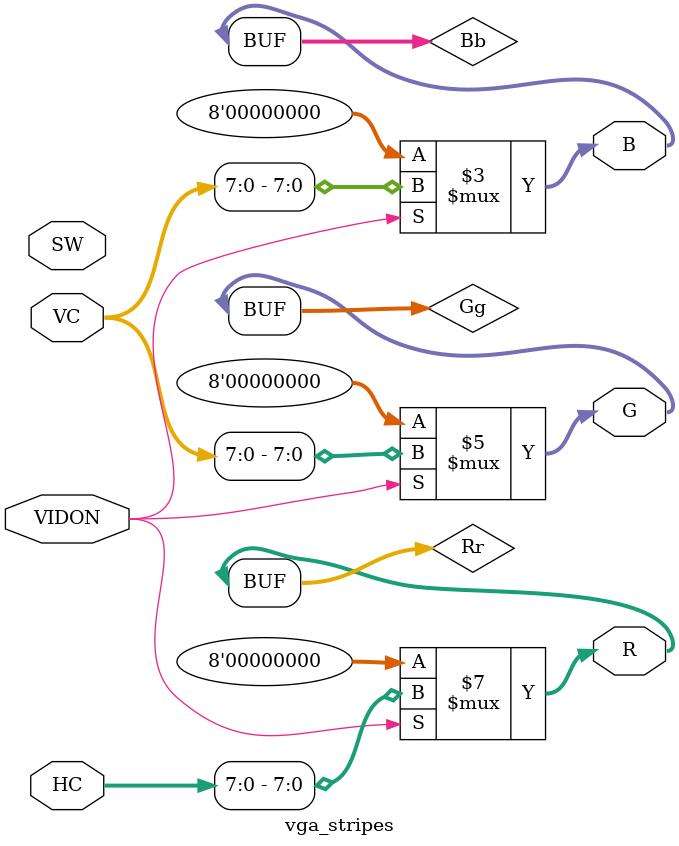
<source format=v>

module vga_stripes(
	VIDON,
	HC,
	VC,
	R,
	G,
	B,
	SW
	);

input VIDON;
input [9:0] HC;
input [9:0] VC;
output [7:0] R;
output [7:0] G;
output [7:0] B;

input [17:0] SW;	




reg [7:0] Rr, Gg, Bb;
assign R = Rr;
assign G = Gg;
assign B = Bb;

always @ (VIDON, VC)
begin
	Rr <= 8'b00000000;
	Gg <= 8'b00000000;
	Bb <= 8'b00000000;
	
	if( VIDON == 1'b1 )
	begin
		
		
		
		
		Gg <= VC;
		Rr <= HC;
		Bb <= VC;
	end
end
	
endmodule


</source>
